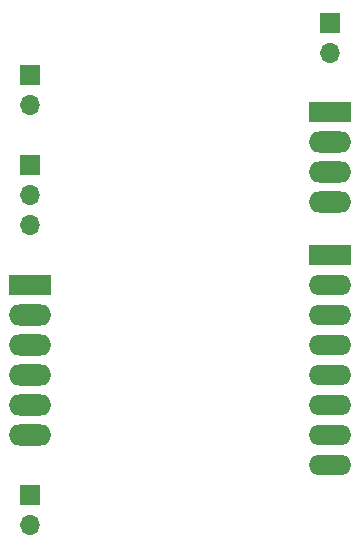
<source format=gbr>
%TF.GenerationSoftware,KiCad,Pcbnew,5.1.7-a382d34a8~88~ubuntu20.04.1*%
%TF.CreationDate,2021-02-19T15:38:58-08:00*%
%TF.ProjectId,esp8266-wiz550io,65737038-3236-4362-9d77-697a35353069,Feb2021*%
%TF.SameCoordinates,Original*%
%TF.FileFunction,Soldermask,Bot*%
%TF.FilePolarity,Negative*%
%FSLAX46Y46*%
G04 Gerber Fmt 4.6, Leading zero omitted, Abs format (unit mm)*
G04 Created by KiCad (PCBNEW 5.1.7-a382d34a8~88~ubuntu20.04.1) date 2021-02-19 15:38:58*
%MOMM*%
%LPD*%
G01*
G04 APERTURE LIST*
%ADD10O,1.700000X1.700000*%
%ADD11R,1.700000X1.700000*%
%ADD12O,3.600000X1.800000*%
%ADD13R,3.600000X1.800000*%
%ADD14O,3.600000X1.700000*%
%ADD15R,3.600000X1.700000*%
G04 APERTURE END LIST*
D10*
%TO.C,J7*%
X76200000Y-31175000D03*
D11*
X76200000Y-28635000D03*
%TD*%
D10*
%TO.C,J6*%
X50800000Y-45720000D03*
X50800000Y-43180000D03*
D11*
X50800000Y-40640000D03*
%TD*%
D10*
%TO.C,J5*%
X50800000Y-71120000D03*
D11*
X50800000Y-68580000D03*
%TD*%
D12*
%TO.C,J4*%
X50800000Y-63500000D03*
X50800000Y-60960000D03*
X50800000Y-58420000D03*
X50800000Y-55880000D03*
X50800000Y-53340000D03*
D13*
X50800000Y-50800000D03*
%TD*%
D14*
%TO.C,J3*%
X76200000Y-66040000D03*
X76200000Y-63500000D03*
X76200000Y-60960000D03*
X76200000Y-58420000D03*
X76200000Y-55880000D03*
X76200000Y-53340000D03*
X76200000Y-50800000D03*
D15*
X76200000Y-48260000D03*
%TD*%
D12*
%TO.C,J2*%
X76200000Y-43815000D03*
X76200000Y-41275000D03*
X76200000Y-38735000D03*
D13*
X76200000Y-36195000D03*
%TD*%
D10*
%TO.C,J1*%
X50800000Y-35560000D03*
D11*
X50800000Y-33020000D03*
%TD*%
M02*

</source>
